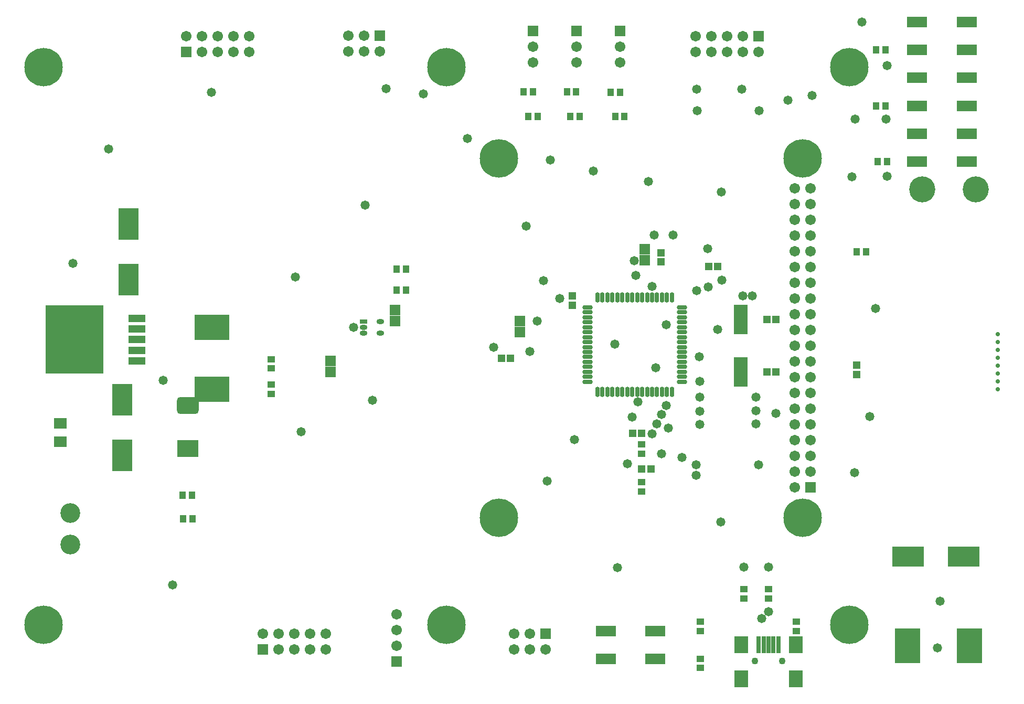
<source format=gbr>
%FSDAX33Y33*%
%MOMM*%
%SFA1B1*%

%IPPOS*%
%AMD18*
4,1,8,1.209040,1.363980,-1.209040,1.363980,-1.752600,0.820420,-1.752600,-0.820420,-1.209040,-1.363980,1.209040,-1.363980,1.752600,-0.820420,1.752600,0.820420,1.209040,1.363980,0.0*
1,1,1.086602,1.209040,0.820420*
1,1,1.086602,-1.209040,0.820420*
1,1,1.086602,-1.209040,-0.820420*
1,1,1.086602,1.209040,-0.820420*
%
%ADD11R,3.203199X1.727200*%
%ADD12R,1.003201X1.253200*%
%ADD13R,1.303200X1.203201*%
%ADD14R,1.753199X1.703200*%
%ADD15O,1.253200X0.803199*%
%ADD16R,1.253200X0.803199*%
%ADD17R,3.503201X2.727201*%
G04~CAMADD=18~8~0.0~0.0~1379.2~1073.7~213.9~0.0~15~0.0~0.0~0.0~0.0~0~0.0~0.0~0.0~0.0~0~0.0~0.0~0.0~0.0~1379.2~1073.7*
%ADD18D18*%
%ADD19R,3.203199X5.203200*%
%ADD20R,1.203201X1.303200*%
%ADD21R,5.703199X4.053200*%
%ADD22R,9.303200X11.103201*%
%ADD23R,2.703200X1.253200*%
%ADD24R,1.253200X1.003201*%
%ADD25R,2.203201X4.703201*%
%ADD26R,2.203201X2.703200*%
%ADD27R,0.703199X2.703200*%
%ADD28O,0.753199X1.653200*%
%ADD29O,1.653200X0.753199*%
%ADD30R,5.203200X3.203199*%
%ADD31R,4.053200X5.703199*%
%ADD32R,2.053199X1.653200*%
%ADD33C,1.703200*%
%ADD34R,1.703200X1.703200*%
%ADD35C,6.203201*%
%ADD36C,4.203200*%
%ADD37C,0.703199*%
%ADD38C,3.203199*%
%ADD39C,1.103201*%
%ADD40C,1.473200*%
%LNfilm_topsolder-1*%
%LPD*%
G54D35*
X051373Y108393D03*
Y198392D03*
G54D32*
X054073Y137892D03*
Y140892D03*
G54D38*
X055673Y121352D03*
Y126432D03*
G54D22*
X056373Y154392D03*
G54D19*
X064073Y135692D03*
Y144692D03*
X065073Y164092D03*
Y173092D03*
G54D23*
X066473Y150992D03*
Y152692D03*
Y154392D03*
Y156092D03*
Y157792D03*
G54D12*
X073823Y129292D03*
X073873Y125492D03*
G54D34*
X074373Y200852D03*
G54D33*
X074373Y203392D03*
G54D17*
X074673Y136842D03*
G54D18*
X074673Y143742D03*
G54D12*
X075323Y129292D03*
X075373Y125492D03*
G54D33*
X076913Y200852D03*
Y203392D03*
G54D21*
X078573Y146392D03*
Y156392D03*
G54D33*
X079453Y200852D03*
Y203392D03*
X081993Y200852D03*
Y203392D03*
X084533Y200852D03*
Y203392D03*
G54D34*
X086753Y104392D03*
G54D33*
X086753Y106932D03*
G54D24*
X088073Y145642D03*
Y147142D03*
Y149742D03*
Y151242D03*
G54D33*
X089293Y104392D03*
Y106932D03*
X091833Y104392D03*
Y106932D03*
X094373Y104392D03*
Y106932D03*
X096913Y104392D03*
Y106932D03*
G54D14*
X097673Y149192D03*
Y150992D03*
G54D33*
X100543Y200892D03*
Y203432D03*
G54D15*
X103048Y155442D03*
Y156392D03*
G54D16*
X103048Y157342D03*
G54D33*
X103083Y200892D03*
Y203432D03*
X105623Y200892D03*
G54D34*
X105623Y203432D03*
G54D15*
X105698Y155442D03*
Y157342D03*
G54D14*
X108073Y157392D03*
Y159193D03*
G54D34*
X108373Y102412D03*
G54D33*
X108373Y104952D03*
Y107492D03*
Y110032D03*
G54D12*
X108373Y162392D03*
Y165792D03*
X109873Y162392D03*
Y165792D03*
G54D35*
X116373Y108393D03*
Y198392D03*
X124873Y125642D03*
Y183642D03*
G54D20*
X125273Y151392D03*
X126723D03*
G54D33*
X127293Y104392D03*
Y106932D03*
G54D14*
X128273Y155592D03*
Y157392D03*
G54D12*
X128823Y194392D03*
X129623Y190392D03*
G54D33*
X129833Y104392D03*
Y106932D03*
G54D12*
X130323Y194392D03*
G54D33*
X130373Y199102D03*
Y201642D03*
G54D34*
X130373Y204182D03*
G54D12*
X131123Y190392D03*
G54D33*
X132373Y104392D03*
G54D34*
X132373Y106932D03*
G54D12*
X135823Y194392D03*
X136373Y190392D03*
G54D13*
X136673Y159967D03*
Y161417D03*
G54D12*
X137323Y194392D03*
G54D33*
X137373Y199102D03*
Y201642D03*
G54D34*
X137373Y204182D03*
G54D12*
X137873Y190392D03*
G54D29*
X139173Y147592D03*
Y148392D03*
Y149192D03*
Y149992D03*
Y150792D03*
Y151592D03*
Y152392D03*
Y153192D03*
Y153992D03*
Y154792D03*
Y155592D03*
Y156392D03*
Y157192D03*
Y157992D03*
Y158793D03*
Y159593D03*
G54D28*
X140773Y145993D03*
Y161192D03*
X141573Y145993D03*
Y161192D03*
G54D11*
X142123Y102892D03*
Y107392D03*
G54D28*
X142373Y145993D03*
Y161192D03*
G54D12*
X142923Y194292D03*
G54D28*
X143173Y145993D03*
Y161192D03*
G54D12*
X143623Y190432D03*
G54D28*
X143973Y145993D03*
Y161192D03*
G54D33*
X144373Y199142D03*
Y201682D03*
G54D34*
X144373Y204222D03*
G54D12*
X144423Y194292D03*
G54D28*
X144773Y145993D03*
Y161192D03*
G54D12*
X145123Y190432D03*
G54D28*
X145573Y145993D03*
Y161192D03*
X146373Y145993D03*
Y161192D03*
G54D20*
X146473Y139292D03*
G54D28*
X147173Y145993D03*
Y161192D03*
G54D24*
X147873Y129892D03*
Y131392D03*
Y135992D03*
Y137492D03*
G54D20*
X147923Y139292D03*
Y133492D03*
G54D28*
X147973Y145993D03*
Y161192D03*
G54D14*
X148373Y167192D03*
Y168992D03*
G54D28*
X148773Y145993D03*
Y161192D03*
G54D20*
X149373Y133492D03*
G54D28*
X149573Y145993D03*
Y161192D03*
G54D11*
X150123Y102892D03*
Y107392D03*
G54D28*
X150373Y145993D03*
Y161192D03*
G54D13*
X150973Y166967D03*
Y168417D03*
G54D28*
X151173Y145993D03*
Y161192D03*
X151973Y145993D03*
Y161192D03*
X152773Y145993D03*
Y161192D03*
G54D29*
X154373Y147592D03*
Y148392D03*
Y149192D03*
Y149992D03*
Y150792D03*
Y151592D03*
Y152392D03*
Y153192D03*
Y153992D03*
Y154792D03*
Y155592D03*
Y156392D03*
Y157192D03*
Y157992D03*
Y158793D03*
Y159593D03*
G54D33*
X156583Y200852D03*
Y203392D03*
G54D24*
X157373Y101392D03*
Y102892D03*
Y107392D03*
Y108893D03*
G54D20*
X158748Y166192D03*
G54D33*
X159123Y200852D03*
Y203392D03*
G54D20*
X160198Y166192D03*
G54D33*
X161663Y200852D03*
Y203392D03*
G54D25*
X163873Y149142D03*
Y157642D03*
G54D26*
X163973Y099642D03*
Y105142D03*
G54D33*
X164203Y200852D03*
Y203392D03*
G54D24*
X164373Y112642D03*
Y114142D03*
G54D39*
X166173Y102543D03*
G54D33*
X166743Y200852D03*
G54D34*
X166743Y203392D03*
G54D27*
X166773Y105142D03*
X167573D03*
G54D20*
X168148Y149142D03*
Y157642D03*
G54D27*
X168373Y105142D03*
G54D24*
X168373Y112642D03*
Y114142D03*
G54D27*
X169173Y105142D03*
G54D20*
X169598Y149142D03*
Y157642D03*
G54D27*
X169973Y105142D03*
G54D39*
X170573Y102543D03*
G54D33*
X172583Y130562D03*
Y133102D03*
Y135642D03*
Y138182D03*
Y140722D03*
Y143262D03*
Y145802D03*
Y148342D03*
Y150882D03*
Y153422D03*
Y155962D03*
Y158502D03*
Y161042D03*
Y163582D03*
Y166122D03*
Y168662D03*
Y171202D03*
Y173742D03*
Y176282D03*
Y178822D03*
G54D26*
X172773Y099642D03*
Y105142D03*
G54D24*
X172873Y107342D03*
Y108842D03*
G54D35*
X173873Y125642D03*
Y183642D03*
G54D34*
X175123Y130562D03*
G54D33*
X175123Y133102D03*
Y135642D03*
Y138182D03*
Y140722D03*
Y143262D03*
Y145802D03*
Y148342D03*
Y150882D03*
Y153422D03*
Y155962D03*
Y158502D03*
Y161042D03*
Y163582D03*
Y166122D03*
Y168662D03*
Y171202D03*
Y173742D03*
Y176282D03*
Y178822D03*
G54D35*
X181373Y108393D03*
Y198392D03*
G54D13*
X182573Y148792D03*
Y150242D03*
G54D12*
X182623Y168592D03*
X184123D03*
X185723Y192092D03*
Y201192D03*
X185973Y183092D03*
X187223Y192092D03*
Y201192D03*
X187473Y183092D03*
G54D31*
X190773Y104992D03*
G54D30*
X190873Y119392D03*
G54D11*
X192373Y183142D03*
Y187642D03*
Y192142D03*
Y196642D03*
Y201142D03*
Y205642D03*
G54D36*
X193181Y178651D03*
G54D30*
X199873Y119392D03*
G54D11*
X200373Y183142D03*
Y187642D03*
Y192142D03*
Y196642D03*
Y201142D03*
Y205642D03*
G54D31*
X200773Y104992D03*
G54D36*
X201817Y178651D03*
G54D37*
X205373Y146393D03*
Y147663D03*
Y148933D03*
Y150203D03*
Y151473D03*
Y152743D03*
Y154013D03*
Y155283D03*
G54D40*
X056073Y166692D03*
X061873Y185193D03*
X070673Y147792D03*
X072173Y114792D03*
X078473Y194292D03*
X091973Y164492D03*
X092973Y139492D03*
X101373Y156392D03*
X103273Y176092D03*
X104473Y144592D03*
X106673Y194892D03*
X112673Y194092D03*
X119773Y186892D03*
X123973Y153192D03*
X129273Y172692D03*
X129873Y152492D03*
X131073Y157392D03*
X132073Y163892D03*
X132673Y131592D03*
X133173Y183392D03*
X134673Y160992D03*
X137073Y138292D03*
X140073Y181592D03*
X143573Y153692D03*
X143973Y117592D03*
X145573Y134393D03*
X146373Y141892D03*
X146673Y167092D03*
X146973Y164792D03*
X147273Y144392D03*
X148973Y179892D03*
X149573Y139192D03*
Y162992D03*
X149873Y171292D03*
X150173Y149892D03*
X150373Y140792D03*
X151073Y142292D03*
X151073Y135992D03*
X151873Y143792D03*
Y156792D03*
X152173Y140092D03*
X152973Y171292D03*
X154373Y135392D03*
X156673Y132492D03*
Y134193D03*
X156768Y162287D03*
X156773Y194792D03*
X156823Y191343D03*
X157173Y151592D03*
X157273Y140692D03*
Y142792D03*
Y145092D03*
Y147692D03*
X158573Y169092D03*
X158673Y162892D03*
X160123Y156042D03*
X160673Y124992D03*
X160773Y178192D03*
X160873Y163992D03*
X164073Y194792D03*
X164229Y161492D03*
X164373Y117642D03*
X165753Y161492D03*
X166373Y140792D03*
Y142892D03*
Y145092D03*
X166773Y134193D03*
X166823Y191343D03*
X167296Y109415D03*
X168373Y110492D03*
Y117692D03*
X169573Y142492D03*
X171523Y193042D03*
X175373Y193792D03*
X181873Y180692D03*
X182273Y132892D03*
X182373Y189992D03*
X183473Y205692D03*
X184673Y141992D03*
X185673Y159393D03*
X187373Y189992D03*
X187473Y180792D03*
Y198592D03*
X195623Y104642D03*
X196073Y112192D03*
M02*
</source>
